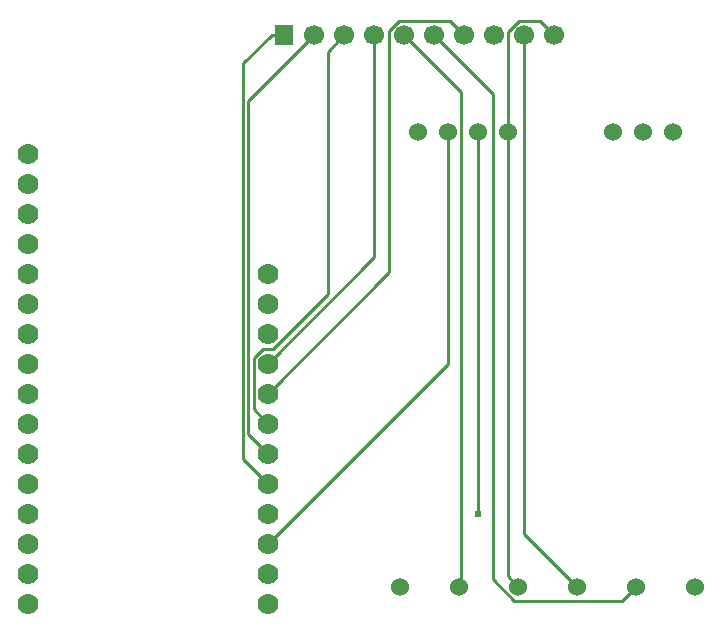
<source format=gbl>
G04 Layer: BottomLayer*
G04 EasyEDA v6.5.5, 2022-06-07 18:50:17*
G04 7653fe5fde93489792365d8cfc8fd1ed,10*
G04 Gerber Generator version 0.2*
G04 Scale: 100 percent, Rotated: No, Reflected: No *
G04 Dimensions in millimeters *
G04 leading zeros omitted , absolute positions ,4 integer and 5 decimal *
%FSLAX45Y45*%
%MOMM*%

%ADD10C,0.2540*%
%ADD11C,0.6096*%
%ADD12C,1.5240*%
%ADD13C,1.7780*%
%ADD14C,1.7000*%

%LPD*%
D10*
X3340100Y1790700D02*
G01*
X3132531Y1998268D01*
X3132531Y5347436D01*
X3373094Y5588000D01*
X3479800Y5588000D02*
G01*
X3373094Y5588000D01*
X3733800Y5588000D02*
G01*
X3176904Y5031104D01*
X3176904Y2207895D01*
X3340100Y2044700D01*
X3340100Y2298700D02*
G01*
X3220415Y2418384D01*
X3220415Y2857627D01*
X3296437Y2933649D01*
X3381070Y2933649D01*
X3846880Y3399459D01*
X3846880Y5447080D01*
X3987800Y5588000D01*
X5003800Y5588000D02*
G01*
X4885080Y5706719D01*
X4451299Y5706719D01*
X4368825Y5624245D01*
X4368825Y3581425D01*
X3340100Y2552700D01*
X4241800Y5588000D02*
G01*
X4241800Y3708400D01*
X3340100Y2806700D01*
X5117998Y4765903D02*
G01*
X5117998Y1536700D01*
X3340100Y1282700D02*
G01*
X4863998Y2806598D01*
X4863998Y4765903D01*
X6460007Y915898D02*
G01*
X6342456Y798347D01*
X5425998Y798347D01*
X5244998Y979347D01*
X5244998Y5092801D01*
X4749800Y5588000D01*
X5765800Y5588000D02*
G01*
X5647080Y5706719D01*
X5467299Y5706719D01*
X5371998Y5611418D01*
X5371998Y4765903D01*
X5371998Y4765903D02*
G01*
X5371998Y1003909D01*
X5460009Y915898D01*
X4960010Y915898D02*
G01*
X4975504Y931392D01*
X4975504Y5108295D01*
X4495800Y5588000D01*
X5511800Y5588000D02*
G01*
X5511800Y1364106D01*
X5960008Y915898D01*
D12*
G01*
X4460011Y915898D03*
G01*
X4960010Y915898D03*
G01*
X5460009Y915898D03*
G01*
X5960008Y915898D03*
G01*
X6460007Y915898D03*
G01*
X6960006Y915898D03*
G01*
X4609998Y4765903D03*
G01*
X4863998Y4765903D03*
G01*
X5117998Y4765903D03*
G01*
X5371998Y4765903D03*
G01*
X6260007Y4765903D03*
G01*
X6514007Y4765903D03*
G01*
X6768007Y4765903D03*
D13*
G01*
X3340100Y3568700D03*
G01*
X3340100Y3314700D03*
G01*
X3340100Y3060700D03*
G01*
X3340100Y2806700D03*
G01*
X3340100Y2552700D03*
G01*
X3340100Y2298700D03*
G01*
X3340100Y2044700D03*
G01*
X3340100Y1790700D03*
G01*
X3340100Y1536700D03*
G01*
X3340100Y1282700D03*
G01*
X3340100Y1028700D03*
G01*
X3340100Y774700D03*
G01*
X1308100Y3568700D03*
G01*
X1308100Y3314700D03*
G01*
X1308100Y3060700D03*
G01*
X1308100Y2806700D03*
G01*
X1308100Y2552700D03*
G01*
X1308100Y2298700D03*
G01*
X1308100Y2044700D03*
G01*
X1308100Y1790700D03*
G01*
X1308100Y1536700D03*
G01*
X1308100Y1282700D03*
G01*
X1308100Y1028700D03*
G01*
X1308100Y774700D03*
G01*
X1308100Y3822700D03*
G01*
X1308100Y4076700D03*
G01*
X1308100Y4330700D03*
G01*
X1308100Y4584700D03*
D14*
G01*
X5765800Y5588000D03*
G01*
X5511800Y5588000D03*
G01*
X5257800Y5588000D03*
G01*
X5003800Y5588000D03*
G01*
X4749800Y5588000D03*
G01*
X4495800Y5588000D03*
G01*
X4241800Y5588000D03*
G01*
X3987800Y5588000D03*
G01*
X3733800Y5588000D03*
G36*
X3401059Y5673001D02*
G01*
X3558540Y5673001D01*
X3558540Y5502998D01*
X3401059Y5502998D01*
G37*
D11*
G01*
X5117998Y1536700D03*
M02*

</source>
